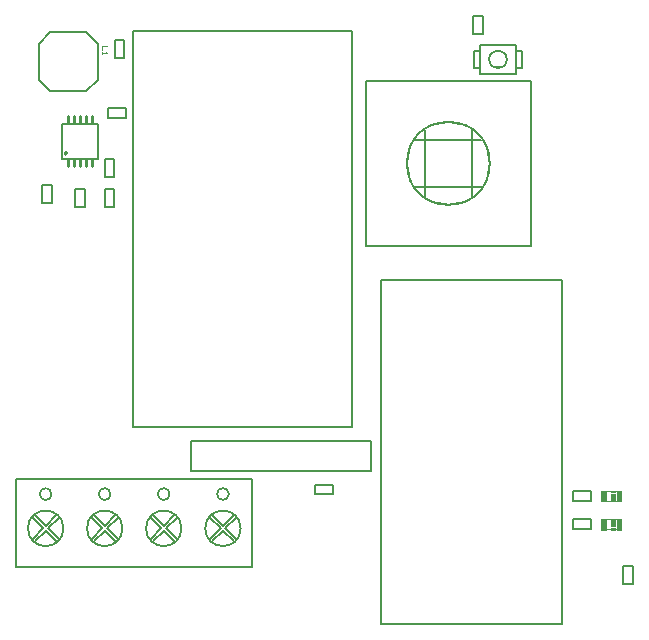
<source format=gbr>
%FSLAX35Y35*%
%MOIN*%
G04 EasyPC Gerber Version 18.0.8 Build 3632 *
%ADD98C,0.00100*%
%ADD95C,0.00197*%
%ADD100C,0.00400*%
%ADD99C,0.00500*%
%ADD92C,0.00600*%
%ADD135C,0.00787*%
%ADD136C,0.01063*%
X0Y0D02*
D02*
D92*
X118277Y134296D02*
X173395D01*
Y189414*
X118277*
Y134296*
X173395D02*
Y189414D01*
X118277*
Y134296*
X173395*
D02*
D95*
X32012Y201028D02*
X30536D01*
Y199798*
Y198814D02*
Y198322D01*
Y198568D02*
X32012D01*
X31766Y198814*
D02*
D98*
X196820Y43351D02*
Y39808D01*
X198395*
Y43351*
X196820*
G36*
Y39808*
X198395*
Y43351*
X196820*
G37*
Y52800D02*
Y49257D01*
X198395*
Y52800*
X196820*
G36*
Y49257*
X198395*
Y52800*
X196820*
G37*
X200167Y40398D02*
Y39808D01*
X201348*
Y40398*
X200167*
G36*
Y39808*
X201348*
Y40398*
X200167*
G37*
Y42170D02*
Y40989D01*
X201348*
Y42170*
X200167*
G36*
Y40989*
X201348*
Y42170*
X200167*
G37*
Y43351D02*
Y42761D01*
X201348*
Y43351*
X200167*
G36*
Y42761*
X201348*
Y43351*
X200167*
G37*
Y49847D02*
Y49257D01*
X201348*
Y49847*
X200167*
G36*
Y49257*
X201348*
Y49847*
X200167*
G37*
Y51619D02*
Y50438D01*
X201348*
Y51619*
X200167*
G36*
Y50438*
X201348*
Y51619*
X200167*
G37*
Y52800D02*
Y52209D01*
X201348*
Y52800*
X200167*
G36*
Y52209*
X201348*
Y52800*
X200167*
G37*
X201938Y43351D02*
Y39808D01*
X203513*
Y43351*
X201938*
G36*
Y39808*
X203513*
Y43351*
X201938*
G37*
Y52800D02*
Y49257D01*
X203513*
Y52800*
X201938*
G36*
Y49257*
X203513*
Y52800*
X201938*
G37*
D02*
D99*
X1781Y27229D02*
X80481D01*
Y56639*
X1781*
Y27229*
X7253Y43745D02*
X10796Y40202D01*
X7253Y36658*
X10363Y154572D02*
Y148548D01*
X13592*
Y154572*
X10363*
X13552Y51619D02*
G75*
G03X9615I-1969D01*
G01*
G75*
G03X13552I1969*
G01*
X15127Y35871D02*
X11584Y39414D01*
X8041Y35871*
X15127Y44532D02*
X11584Y40989D01*
X8041Y44532*
X15915Y43745D02*
X12371Y40202D01*
X15915Y36658*
X17489Y40202D02*
G75*
G03X5678I-5906D01*
G01*
G75*
G03X17489I5906*
G01*
X21387Y153391D02*
Y147367D01*
X24615*
Y153391*
X21387*
X26938Y43745D02*
X30481Y40202D01*
X26938Y36658*
X28907Y201619D02*
Y189808D01*
X24970Y185871*
X13159*
X9222Y189808*
Y201619*
X13159Y205556*
X24970*
X28907Y201619*
X32253Y176973D02*
X38277D01*
Y180202*
X32253*
Y176973*
X33237Y51619D02*
G75*
G03X29300I-1969D01*
G01*
G75*
G03X33237I1969*
G01*
X34458Y147288D02*
Y153312D01*
X31230*
Y147288*
X34458*
Y157328D02*
Y163351D01*
X31230*
Y157328*
X34458*
X34576Y202997D02*
Y196973D01*
X37804*
Y202997*
X34576*
X34812Y35871D02*
X31269Y39414D01*
X27726Y35871*
X34812Y44532D02*
X31269Y40989D01*
X27726Y44532*
X35600Y43745D02*
X32056Y40202D01*
X35600Y36658*
X37174Y40202D02*
G75*
G03X25363I-5906D01*
G01*
G75*
G03X37174I5906*
G01*
X46623Y43745D02*
X50167Y40202D01*
X46623Y36658*
X52922Y51619D02*
G75*
G03X48985I-1969D01*
G01*
G75*
G03X52922I1969*
G01*
X54497Y35871D02*
X50954Y39414D01*
X47411Y35871*
X54497Y44532D02*
X50954Y40989D01*
X47411Y44532*
X55285Y43745D02*
X51741Y40202D01*
X55285Y36658*
X56859Y40202D02*
G75*
G03X45048I-5906D01*
G01*
G75*
G03X56859I5906*
G01*
X60127Y59414D02*
X120127D01*
Y69414*
X60127*
Y59414*
X66348Y43745D02*
X69891Y40202D01*
X66348Y36658*
X72647Y51619D02*
G75*
G03X68710I-1969D01*
G01*
G75*
G03X72647I1969*
G01*
X74222Y35871D02*
X70678Y39414D01*
X67135Y35871*
X74222Y44532D02*
X70678Y40989D01*
X67135Y44532*
X75009Y43745D02*
X71466Y40202D01*
X75009Y36658*
X76584Y40202D02*
G75*
G03X64773I-5906D01*
G01*
G75*
G03X76584I5906*
G01*
X107450Y54808D02*
X101426D01*
Y51580*
X107450*
Y54808*
X113651Y205950D02*
X40856D01*
Y73961*
X113651*
Y205950*
X123395Y122977D02*
Y8312D01*
X183730*
Y122977*
X123395*
X132035Y161855D02*
G75*
G03X159637I13801D01*
G01*
G75*
G03X132035I-13801*
G01*
X134419Y153981D02*
X157253D01*
X134419Y169729D02*
X156859D01*
X137962Y150438D02*
Y172879D01*
X145836Y175656D02*
G75*
G03Y148054J-13801D01*
G01*
G75*
G03Y175656J13801*
G01*
X153710Y150438D02*
Y173272D01*
X154064Y211068D02*
Y205044D01*
X157293*
Y211068*
X154064*
X156466Y193745D02*
X154497D01*
Y199257*
X156466*
X159412Y196501D02*
G75*
G03X165330I2959D01*
G01*
G75*
G03X159412I-2959*
G01*
X163749Y193942D02*
X160993D01*
X168277Y191580D02*
Y201422D01*
X156466*
Y191580*
X168277*
Y193745D02*
X170245D01*
Y199257*
X168277*
X187371Y39965D02*
X193395D01*
Y43194*
X187371*
Y39965*
Y49414D02*
X193395D01*
Y52643*
X187371*
Y49414*
X204064Y27603D02*
Y21580D01*
X207293*
Y27603*
X204064*
D02*
D100*
X201938Y40005D02*
X198395D01*
X201938Y43154D02*
X198395D01*
X201938Y49454D02*
X198395D01*
X201938Y52603D02*
X198395D01*
D02*
D135*
X17096Y163430D02*
X28907D01*
Y175083*
X17096*
Y163430*
D02*
D136*
X18395Y165635D02*
G75*
G03Y164926J-354D01*
G01*
G75*
G03Y165635J354*
G01*
X19064Y161068D02*
Y163312D01*
Y175241D02*
Y177485D01*
X21033Y161068D02*
Y163312D01*
Y175241D02*
Y177485D01*
X23001Y161068D02*
Y163312D01*
Y175241D02*
Y177485D01*
X24970Y161068D02*
Y163312D01*
Y175241D02*
Y177485D01*
X26938Y161068D02*
Y163312D01*
Y175241D02*
Y177485D01*
X0Y0D02*
M02*

</source>
